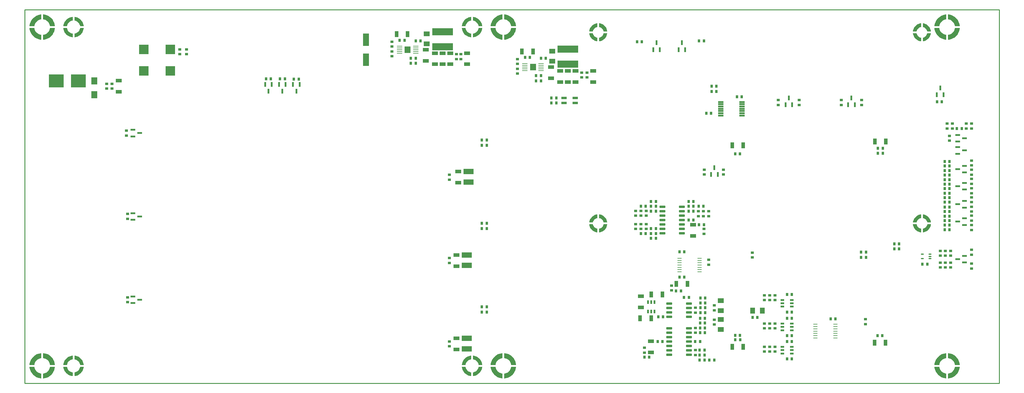
<source format=gtp>
G04 Layer_Color=10723209*
%FSLAX43Y43*%
%MOMM*%
G71*
G01*
G75*
%ADD10R,2.700X2.700*%
%ADD11O,0.800X0.400*%
%ADD13R,6.000X2.000*%
%ADD14R,1.000X0.600*%
%ADD15R,0.600X1.350*%
%ADD16R,1.340X1.800*%
%ADD17R,1.800X2.000*%
%ADD18R,0.900X0.800*%
G04:AMPARAMS|DCode=19|XSize=0.45mm|YSize=1.6mm|CornerRadius=0.05mm|HoleSize=0mm|Usage=FLASHONLY|Rotation=90.000|XOffset=0mm|YOffset=0mm|HoleType=Round|Shape=RoundedRectangle|*
%AMROUNDEDRECTD19*
21,1,0.450,1.501,0,0,90.0*
21,1,0.351,1.600,0,0,90.0*
1,1,0.099,0.750,0.175*
1,1,0.099,0.750,-0.175*
1,1,0.099,-0.750,-0.175*
1,1,0.099,-0.750,0.175*
%
%ADD19ROUNDEDRECTD19*%
%ADD20R,4.240X3.810*%
%ADD21R,0.800X0.900*%
%ADD22R,1.800X3.550*%
G04:AMPARAMS|DCode=24|XSize=0.65mm|YSize=1.65mm|CornerRadius=0.049mm|HoleSize=0mm|Usage=FLASHONLY|Rotation=90.000|XOffset=0mm|YOffset=0mm|HoleType=Round|Shape=RoundedRectangle|*
%AMROUNDEDRECTD24*
21,1,0.650,1.552,0,0,90.0*
21,1,0.552,1.650,0,0,90.0*
1,1,0.098,0.776,0.276*
1,1,0.098,0.776,-0.276*
1,1,0.098,-0.776,-0.276*
1,1,0.098,-0.776,0.276*
%
%ADD24ROUNDEDRECTD24*%
%ADD25R,2.900X1.500*%
%ADD26R,1.700X1.000*%
%ADD27R,1.600X0.800*%
G04:AMPARAMS|DCode=29|XSize=1.73mm|YSize=1.9mm|CornerRadius=0.052mm|HoleSize=0mm|Usage=FLASHONLY|Rotation=0.000|XOffset=0mm|YOffset=0mm|HoleType=Round|Shape=RoundedRectangle|*
%AMROUNDEDRECTD29*
21,1,1.730,1.796,0,0,0.0*
21,1,1.626,1.900,0,0,0.0*
1,1,0.104,0.813,-0.898*
1,1,0.104,-0.813,-0.898*
1,1,0.104,-0.813,0.898*
1,1,0.104,0.813,0.898*
%
%ADD29ROUNDEDRECTD29*%
%ADD30R,1.350X0.600*%
%ADD31R,0.600X1.000*%
%ADD32R,1.800X1.340*%
%ADD33R,1.000X1.700*%
%ADD43C,0.254*%
%ADD82O,1.300X0.250*%
G04:AMPARAMS|DCode=83|XSize=0.2mm|YSize=1.45mm|CornerRadius=0mm|HoleSize=0mm|Usage=FLASHONLY|Rotation=90.000|XOffset=0mm|YOffset=0mm|HoleType=Round|Shape=RoundedRectangle|*
%AMROUNDEDRECTD83*
21,1,0.200,1.450,0,0,90.0*
21,1,0.200,1.450,0,0,90.0*
1,1,0.000,0.725,0.100*
1,1,0.000,0.725,-0.100*
1,1,0.000,-0.725,-0.100*
1,1,0.000,-0.725,0.100*
%
%ADD83ROUNDEDRECTD83*%
G36*
X14508Y7917D02*
X15009Y7784D01*
X15478Y7566D01*
X15903Y7269D01*
X16269Y6903D01*
X16566Y6478D01*
X16784Y6009D01*
X16917Y5508D01*
X16939Y5250D01*
X15883D01*
X15883Y5250D01*
X15857Y5403D01*
X15767Y5699D01*
X15629Y5977D01*
X15449Y6229D01*
X15229Y6449D01*
X14977Y6629D01*
X14700Y6767D01*
X14403Y6857D01*
X14250Y6883D01*
X14250Y6883D01*
X14250D01*
X14250Y7939D01*
X14508Y7917D01*
D02*
G37*
G36*
X137250Y8641D02*
Y7236D01*
X137250D01*
Y7236D01*
X137063Y7207D01*
X136699Y7103D01*
X136358Y6938D01*
X136049Y6719D01*
X135781Y6452D01*
X135562Y6143D01*
X135398Y5801D01*
X135293Y5437D01*
X135264Y5250D01*
Y5250D01*
X133859D01*
X133874Y5468D01*
X133955Y5897D01*
X134087Y6313D01*
X134268Y6710D01*
X134495Y7083D01*
X134765Y7427D01*
X135074Y7735D01*
X135417Y8005D01*
X135790Y8232D01*
X136187Y8413D01*
X136603Y8545D01*
X137032Y8626D01*
X137250Y8641D01*
D01*
X137250D01*
X137250D01*
D02*
G37*
G36*
X163220Y45750D02*
X163244Y45632D01*
X163320Y45402D01*
X163430Y45188D01*
X163572Y44993D01*
X163743Y44822D01*
X163938Y44680D01*
X164152Y44570D01*
X164382Y44494D01*
X164500Y44470D01*
X164500Y44470D01*
X164500D01*
X164500Y43412D01*
X164277Y43434D01*
X163844Y43553D01*
X163438Y43744D01*
X163070Y44003D01*
X162753Y44320D01*
X162494Y44688D01*
X162303Y45094D01*
X162184Y45527D01*
X162162Y45750D01*
Y45750D01*
X163221D01*
X163220Y45750D01*
D02*
G37*
G36*
X129008Y7917D02*
X129509Y7784D01*
X129978Y7566D01*
X130403Y7269D01*
X130769Y6903D01*
X131066Y6478D01*
X131284Y6009D01*
X131417Y5508D01*
X131439Y5250D01*
X131439D01*
X131439Y5250D01*
Y5250D01*
X130383D01*
X130383Y5250D01*
X130357Y5403D01*
X130267Y5699D01*
X130129Y5977D01*
X129949Y6229D01*
X129729Y6449D01*
X129477Y6629D01*
X129200Y6767D01*
X128903Y6857D01*
X128750Y6883D01*
X128750Y6883D01*
X128750D01*
X128750Y7939D01*
X129008Y7917D01*
D02*
G37*
G36*
X13750Y6883D02*
X13750Y6883D01*
X13597Y6857D01*
X13301Y6767D01*
X13023Y6629D01*
X12771Y6449D01*
X12551Y6229D01*
X12371Y5977D01*
X12233Y5700D01*
X12143Y5403D01*
X12117Y5250D01*
Y5250D01*
X11061Y5250D01*
X11083Y5508D01*
X11216Y6009D01*
X11434Y6478D01*
X11731Y6903D01*
X12097Y7269D01*
X12522Y7566D01*
X12991Y7784D01*
X13492Y7917D01*
X13750Y7939D01*
Y6883D01*
D02*
G37*
G36*
X16939Y5250D02*
Y5250D01*
X16939D01*
X16939Y5250D01*
D02*
G37*
G36*
X128250Y6883D02*
X128250Y6883D01*
X128097Y6857D01*
X127801Y6767D01*
X127523Y6629D01*
X127271Y6449D01*
X127051Y6229D01*
X126871Y5977D01*
X126733Y5700D01*
X126643Y5403D01*
X126617Y5250D01*
Y5250D01*
X125561Y5250D01*
X125583Y5508D01*
X125716Y6009D01*
X125934Y6478D01*
X126231Y6903D01*
X126597Y7269D01*
X127022Y7566D01*
X127491Y7784D01*
X127992Y7917D01*
X128250Y7939D01*
Y6883D01*
D02*
G37*
G36*
X256240Y45750D02*
X256264Y45632D01*
X256340Y45402D01*
X256450Y45188D01*
X256592Y44993D01*
X256763Y44822D01*
X256958Y44680D01*
X257172Y44570D01*
X257402Y44494D01*
X257520Y44470D01*
X257520Y44470D01*
X257520D01*
X257520Y43412D01*
X257297Y43434D01*
X256864Y43553D01*
X256457Y43744D01*
X256090Y44003D01*
X255773Y44320D01*
X255514Y44688D01*
X255323Y45094D01*
X255204Y45527D01*
X255182Y45750D01*
Y45750D01*
X256241D01*
X256240Y45750D01*
D02*
G37*
G36*
X164500Y47529D02*
X164500Y47530D01*
X164382Y47506D01*
X164152Y47430D01*
X163938Y47320D01*
X163743Y47178D01*
X163572Y47007D01*
X163430Y46812D01*
X163320Y46598D01*
X163244Y46368D01*
X163220Y46250D01*
X163220D01*
Y46250D01*
X162162D01*
X162184Y46473D01*
X162303Y46906D01*
X162494Y47312D01*
X162753Y47680D01*
X163070Y47997D01*
X163438Y48256D01*
X163844Y48447D01*
X164277Y48566D01*
X164500Y48588D01*
Y48588D01*
X164500D01*
Y47529D01*
D02*
G37*
G36*
X257520D02*
X257520Y47530D01*
X257402Y47506D01*
X257172Y47430D01*
X256958Y47320D01*
X256763Y47178D01*
X256592Y47007D01*
X256450Y46812D01*
X256340Y46598D01*
X256264Y46368D01*
X256240Y46250D01*
X256240D01*
Y46250D01*
X255182D01*
X255204Y46473D01*
X255323Y46906D01*
X255514Y47312D01*
X255773Y47680D01*
X256090Y47997D01*
X256457Y48256D01*
X256864Y48447D01*
X257297Y48566D01*
X257520Y48588D01*
Y48588D01*
X257520D01*
Y47529D01*
D02*
G37*
G36*
X163220Y100750D02*
X163244Y100632D01*
X163320Y100402D01*
X163430Y100188D01*
X163572Y99993D01*
X163743Y99822D01*
X163938Y99680D01*
X164152Y99570D01*
X164382Y99494D01*
X164500Y99470D01*
X164500Y99470D01*
X164500D01*
X164500Y98412D01*
X164277Y98434D01*
X163844Y98553D01*
X163438Y98744D01*
X163070Y99003D01*
X162753Y99320D01*
X162494Y99688D01*
X162303Y100094D01*
X162184Y100527D01*
X162162Y100750D01*
Y100750D01*
X163221D01*
X163220Y100750D01*
D02*
G37*
G36*
X258243Y48566D02*
X258676Y48447D01*
X259082Y48256D01*
X259450Y47997D01*
X259767Y47680D01*
X260026Y47312D01*
X260217Y46906D01*
X260336Y46473D01*
X260358Y46250D01*
X260358Y46250D01*
Y46250D01*
X259299D01*
X259300Y46250D01*
X259276Y46368D01*
X259200Y46598D01*
X259090Y46812D01*
X258948Y47007D01*
X258777Y47178D01*
X258582Y47320D01*
X258368Y47430D01*
X258138Y47506D01*
X258020Y47530D01*
X258020D01*
Y48588D01*
X258243Y48566D01*
D02*
G37*
G36*
X167338Y45750D02*
X167316Y45527D01*
X167197Y45094D01*
X167006Y44688D01*
X166747Y44320D01*
X166430Y44003D01*
X166062Y43744D01*
X165656Y43553D01*
X165223Y43434D01*
X165000Y43412D01*
X165000D01*
Y44471D01*
X165000Y44470D01*
X165118Y44494D01*
X165348Y44570D01*
X165562Y44680D01*
X165757Y44822D01*
X165928Y44993D01*
X166070Y45188D01*
X166180Y45402D01*
X166256Y45632D01*
X166280Y45750D01*
Y45750D01*
Y45750D01*
X167338Y45750D01*
D02*
G37*
G36*
X260358D02*
X260336Y45527D01*
X260217Y45094D01*
X260026Y44688D01*
X259767Y44320D01*
X259450Y44003D01*
X259082Y43744D01*
X258676Y43553D01*
X258243Y43434D01*
X258020Y43412D01*
X258020D01*
Y44471D01*
X258020Y44470D01*
X258138Y44494D01*
X258368Y44570D01*
X258582Y44680D01*
X258777Y44822D01*
X258948Y44993D01*
X259090Y45188D01*
X259200Y45402D01*
X259276Y45632D01*
X259300Y45750D01*
Y45750D01*
Y45750D01*
X260358Y45750D01*
D02*
G37*
G36*
X165223Y48566D02*
X165656Y48447D01*
X166062Y48256D01*
X166430Y47997D01*
X166747Y47680D01*
X167006Y47312D01*
X167197Y46906D01*
X167316Y46473D01*
X167338Y46250D01*
X167338Y46250D01*
Y46250D01*
X166279D01*
X166280Y46250D01*
X166256Y46368D01*
X166180Y46598D01*
X166070Y46812D01*
X165928Y47007D01*
X165757Y47178D01*
X165562Y47320D01*
X165348Y47430D01*
X165118Y47506D01*
X165000Y47530D01*
X165000D01*
Y48588D01*
X165223Y48566D01*
D02*
G37*
G36*
X141141Y5250D02*
Y5250D01*
D01*
Y5250D01*
D02*
G37*
G36*
X16917Y4492D02*
X16784Y3991D01*
X16566Y3522D01*
X16269Y3097D01*
X15903Y2731D01*
X15478Y2434D01*
X15009Y2216D01*
X14508Y2083D01*
X14250Y2061D01*
D01*
X14250D01*
X14250D01*
Y3117D01*
X14250D01*
X14403Y3143D01*
X14699Y3233D01*
X14977Y3371D01*
X15229Y3551D01*
X15449Y3771D01*
X15629Y4023D01*
X15767Y4300D01*
X15857Y4597D01*
X15883Y4750D01*
X15883D01*
Y4750D01*
X16939D01*
X16917Y4492D01*
D02*
G37*
G36*
X126617Y4750D02*
X126643Y4597D01*
X126733Y4301D01*
X126871Y4023D01*
X127051Y3771D01*
X127271Y3551D01*
X127523Y3371D01*
X127800Y3233D01*
X128097Y3143D01*
X128250Y3117D01*
X128250D01*
Y2061D01*
X127992Y2083D01*
X127491Y2216D01*
X127022Y2434D01*
X126597Y2731D01*
X126231Y3097D01*
X125934Y3522D01*
X125716Y3991D01*
X125583Y4492D01*
X125561Y4750D01*
X126617D01*
Y4750D01*
D02*
G37*
G36*
X131417Y4492D02*
X131284Y3991D01*
X131066Y3522D01*
X130769Y3097D01*
X130403Y2731D01*
X129978Y2434D01*
X129509Y2216D01*
X129008Y2083D01*
X128750Y2061D01*
D01*
X128750D01*
X128750D01*
Y3117D01*
X128750D01*
X128903Y3143D01*
X129199Y3233D01*
X129477Y3371D01*
X129729Y3551D01*
X129949Y3771D01*
X130129Y4023D01*
X130267Y4300D01*
X130357Y4597D01*
X130383Y4750D01*
X130383D01*
Y4750D01*
X131439D01*
X131417Y4492D01*
D02*
G37*
G36*
X12117Y4750D02*
X12143Y4597D01*
X12233Y4301D01*
X12371Y4023D01*
X12551Y3771D01*
X12771Y3551D01*
X13023Y3371D01*
X13300Y3233D01*
X13597Y3143D01*
X13750Y3117D01*
X13750D01*
Y2061D01*
X13492Y2083D01*
X12991Y2216D01*
X12522Y2434D01*
X12097Y2731D01*
X11731Y3097D01*
X11434Y3522D01*
X11216Y3991D01*
X11083Y4492D01*
X11061Y4750D01*
X12117D01*
Y4750D01*
D02*
G37*
G36*
X8641Y4750D02*
X8626Y4532D01*
X8545Y4103D01*
X8413Y3687D01*
X8232Y3290D01*
X8005Y2917D01*
X7735Y2573D01*
X7426Y2265D01*
X7083Y1995D01*
X6710Y1768D01*
X6313Y1587D01*
X5897Y1455D01*
X5468Y1373D01*
X5250Y1359D01*
X5250Y1359D01*
Y2764D01*
X5250D01*
X5437Y2793D01*
X5801Y2897D01*
X6142Y3062D01*
X6451Y3281D01*
X6719Y3548D01*
X6938Y3857D01*
X7102Y4199D01*
X7207Y4563D01*
X7236Y4750D01*
X7236Y4750D01*
X8641D01*
Y4750D01*
D02*
G37*
G36*
X268641D02*
X268626Y4532D01*
X268545Y4103D01*
X268413Y3687D01*
X268232Y3290D01*
X268005Y2917D01*
X267735Y2573D01*
X267427Y2265D01*
X267083Y1995D01*
X266710Y1768D01*
X266313Y1587D01*
X265897Y1455D01*
X265468Y1373D01*
X265250Y1359D01*
X265250Y1359D01*
Y2764D01*
X265250D01*
X265437Y2793D01*
X265801Y2897D01*
X266142Y3062D01*
X266451Y3281D01*
X266719Y3548D01*
X266938Y3857D01*
X267102Y4199D01*
X267207Y4563D01*
X267236Y4750D01*
X267236Y4750D01*
X268641D01*
Y4750D01*
D02*
G37*
G36*
X141141Y4750D02*
X141126Y4532D01*
X141045Y4103D01*
X140913Y3687D01*
X140732Y3290D01*
X140505Y2917D01*
X140235Y2573D01*
X139926Y2265D01*
X139583Y1995D01*
X139210Y1768D01*
X138813Y1587D01*
X138397Y1455D01*
X137968Y1374D01*
X137750Y1359D01*
X137750Y1359D01*
Y2764D01*
X137750D01*
X137937Y2793D01*
X138301Y2897D01*
X138642Y3062D01*
X138951Y3281D01*
X139219Y3548D01*
X139438Y3857D01*
X139602Y4199D01*
X139707Y4563D01*
X139736Y4750D01*
X139736Y4750D01*
X141141D01*
Y4750D01*
D02*
G37*
G36*
X2793Y4563D02*
X2897Y4199D01*
X3062Y3858D01*
X3281Y3549D01*
X3548Y3281D01*
X3857Y3062D01*
X4199Y2898D01*
X4563Y2793D01*
X4750Y2764D01*
X4750D01*
Y1359D01*
X4750Y1359D01*
X4532Y1374D01*
X4103Y1455D01*
X3687Y1587D01*
X3290Y1768D01*
X2917Y1995D01*
X2573Y2265D01*
X2265Y2573D01*
X1995Y2917D01*
X1768Y3290D01*
X1587Y3687D01*
X1455Y4103D01*
X1374Y4532D01*
X1359Y4750D01*
X1359Y4750D01*
X2764D01*
Y4750D01*
X2793Y4563D01*
D02*
G37*
G36*
X265468Y8626D02*
X265897Y8545D01*
X266313Y8413D01*
X266710Y8232D01*
X267083Y8005D01*
X267427Y7735D01*
X267735Y7426D01*
X268005Y7083D01*
X268232Y6710D01*
X268413Y6313D01*
X268545Y5897D01*
X268626Y5468D01*
X268641Y5250D01*
D01*
Y5250D01*
Y5250D01*
X267236D01*
Y5250D01*
X267236Y5250D01*
X267207Y5437D01*
X267103Y5801D01*
X266938Y6142D01*
X266719Y6451D01*
X266452Y6719D01*
X266143Y6938D01*
X265801Y7102D01*
X265437Y7207D01*
X265250Y7236D01*
X265250Y7236D01*
Y8641D01*
X265468Y8626D01*
D02*
G37*
G36*
X4750Y8641D02*
Y7236D01*
X4750D01*
Y7236D01*
X4563Y7207D01*
X4199Y7102D01*
X3858Y6938D01*
X3549Y6719D01*
X3281Y6452D01*
X3062Y6143D01*
X2898Y5801D01*
X2793Y5437D01*
X2764Y5250D01*
Y5250D01*
X1359D01*
X1374Y5468D01*
X1455Y5897D01*
X1587Y6313D01*
X1768Y6710D01*
X1995Y7083D01*
X2265Y7427D01*
X2573Y7735D01*
X2917Y8005D01*
X3290Y8232D01*
X3687Y8413D01*
X4103Y8545D01*
X4532Y8626D01*
X4750Y8641D01*
D01*
X4750D01*
X4750D01*
D02*
G37*
G36*
X264750D02*
Y7236D01*
X264750D01*
Y7236D01*
X264563Y7207D01*
X264199Y7102D01*
X263858Y6938D01*
X263549Y6719D01*
X263281Y6452D01*
X263062Y6143D01*
X262898Y5801D01*
X262793Y5437D01*
X262764Y5250D01*
Y5250D01*
X261359D01*
X261374Y5468D01*
X261455Y5897D01*
X261587Y6313D01*
X261768Y6710D01*
X261995Y7083D01*
X262265Y7427D01*
X262573Y7735D01*
X262917Y8005D01*
X263290Y8232D01*
X263687Y8413D01*
X264103Y8545D01*
X264532Y8626D01*
X264750Y8641D01*
D01*
X264750D01*
X264750D01*
D02*
G37*
G36*
X137968Y8626D02*
X138397Y8545D01*
X138813Y8413D01*
X139210Y8232D01*
X139583Y8005D01*
X139927Y7735D01*
X140235Y7426D01*
X140505Y7083D01*
X140732Y6710D01*
X140913Y6313D01*
X141045Y5897D01*
X141126Y5468D01*
X141141Y5250D01*
X139736D01*
Y5250D01*
X139736Y5250D01*
X139707Y5437D01*
X139603Y5801D01*
X139438Y6142D01*
X139219Y6451D01*
X138952Y6719D01*
X138643Y6938D01*
X138301Y7102D01*
X137937Y7207D01*
X137750Y7236D01*
X137750Y7236D01*
Y8641D01*
X137968Y8626D01*
D02*
G37*
G36*
X262793Y4563D02*
X262897Y4199D01*
X263062Y3858D01*
X263281Y3549D01*
X263548Y3281D01*
X263857Y3062D01*
X264199Y2898D01*
X264563Y2793D01*
X264750Y2764D01*
X264750D01*
Y1359D01*
X264750Y1359D01*
X264532Y1374D01*
X264103Y1455D01*
X263687Y1587D01*
X263290Y1768D01*
X262917Y1995D01*
X262573Y2265D01*
X262265Y2573D01*
X261995Y2917D01*
X261768Y3290D01*
X261587Y3687D01*
X261455Y4103D01*
X261374Y4532D01*
X261359Y4750D01*
X261359Y4750D01*
X262764D01*
Y4750D01*
X262793Y4563D01*
D02*
G37*
G36*
X135293Y4563D02*
X135397Y4199D01*
X135562Y3858D01*
X135781Y3549D01*
X136048Y3281D01*
X136357Y3062D01*
X136699Y2898D01*
X137063Y2793D01*
X137250Y2764D01*
X137250D01*
Y1359D01*
X137250Y1359D01*
X137032Y1374D01*
X136603Y1455D01*
X136187Y1587D01*
X135790Y1768D01*
X135417Y1995D01*
X135073Y2265D01*
X134765Y2573D01*
X134495Y2917D01*
X134268Y3290D01*
X134087Y3687D01*
X133955Y4103D01*
X133874Y4532D01*
X133859Y4750D01*
X133859Y4750D01*
X135264D01*
Y4750D01*
X135293Y4563D01*
D02*
G37*
G36*
X5468Y8626D02*
X5897Y8545D01*
X6313Y8413D01*
X6710Y8232D01*
X7083Y8005D01*
X7427Y7735D01*
X7735Y7426D01*
X8005Y7083D01*
X8232Y6710D01*
X8413Y6313D01*
X8545Y5897D01*
X8626Y5468D01*
X8641Y5250D01*
D01*
Y5250D01*
Y5250D01*
X7236D01*
Y5250D01*
X7236Y5250D01*
X7207Y5437D01*
X7103Y5801D01*
X6938Y6142D01*
X6719Y6451D01*
X6452Y6719D01*
X6143Y6938D01*
X5801Y7102D01*
X5437Y7207D01*
X5250Y7236D01*
X5250Y7236D01*
Y8641D01*
X5468Y8626D01*
D02*
G37*
G36*
X256220Y100750D02*
X256244Y100632D01*
X256320Y100402D01*
X256430Y100188D01*
X256572Y99993D01*
X256743Y99822D01*
X256938Y99680D01*
X257152Y99570D01*
X257382Y99494D01*
X257500Y99470D01*
X257500Y99470D01*
X257500D01*
X257500Y98412D01*
X257277Y98434D01*
X256844Y98553D01*
X256438Y98744D01*
X256070Y99003D01*
X255753Y99320D01*
X255494Y99688D01*
X255303Y100094D01*
X255184Y100527D01*
X255162Y100750D01*
Y100750D01*
X256221D01*
X256220Y100750D01*
D02*
G37*
G36*
X13750Y104383D02*
X13750Y104383D01*
X13597Y104357D01*
X13301Y104267D01*
X13023Y104129D01*
X12771Y103949D01*
X12551Y103729D01*
X12371Y103477D01*
X12233Y103200D01*
X12143Y102903D01*
X12117Y102750D01*
Y102750D01*
X11061Y102750D01*
X11083Y103008D01*
X11216Y103509D01*
X11434Y103978D01*
X11731Y104403D01*
X12097Y104769D01*
X12522Y105066D01*
X12991Y105284D01*
X13492Y105417D01*
X13750Y105439D01*
Y104383D01*
D02*
G37*
G36*
X16939Y102750D02*
Y102750D01*
X16939D01*
X16939Y102750D01*
D02*
G37*
G36*
X128250Y104383D02*
X128250Y104383D01*
X128097Y104357D01*
X127801Y104267D01*
X127523Y104129D01*
X127271Y103949D01*
X127051Y103729D01*
X126871Y103477D01*
X126733Y103200D01*
X126643Y102903D01*
X126617Y102750D01*
Y102750D01*
X125561Y102750D01*
X125583Y103008D01*
X125716Y103509D01*
X125934Y103978D01*
X126231Y104403D01*
X126597Y104769D01*
X127022Y105066D01*
X127491Y105284D01*
X127992Y105417D01*
X128250Y105439D01*
Y104383D01*
D02*
G37*
G36*
X265468Y106126D02*
X265897Y106045D01*
X266313Y105913D01*
X266710Y105732D01*
X267083Y105505D01*
X267427Y105235D01*
X267735Y104926D01*
X268005Y104583D01*
X268232Y104210D01*
X268413Y103813D01*
X268545Y103397D01*
X268626Y102968D01*
X268641Y102750D01*
D01*
Y102750D01*
Y102750D01*
X267236D01*
Y102750D01*
X267236Y102750D01*
X267207Y102937D01*
X267103Y103301D01*
X266938Y103642D01*
X266719Y103951D01*
X266452Y104219D01*
X266143Y104438D01*
X265801Y104602D01*
X265437Y104707D01*
X265250Y104736D01*
X265250Y104736D01*
Y106141D01*
X265468Y106126D01*
D02*
G37*
G36*
X137968D02*
X138397Y106045D01*
X138813Y105913D01*
X139210Y105732D01*
X139583Y105505D01*
X139927Y105235D01*
X140235Y104926D01*
X140505Y104583D01*
X140732Y104210D01*
X140913Y103813D01*
X141045Y103397D01*
X141126Y102968D01*
X141141Y102750D01*
X139736D01*
Y102750D01*
X139736Y102750D01*
X139707Y102937D01*
X139603Y103301D01*
X139438Y103642D01*
X139219Y103951D01*
X138952Y104219D01*
X138643Y104438D01*
X138301Y104602D01*
X137937Y104707D01*
X137750Y104736D01*
X137750Y104736D01*
Y106141D01*
X137968Y106126D01*
D02*
G37*
G36*
X5468D02*
X5897Y106045D01*
X6313Y105913D01*
X6710Y105732D01*
X7083Y105505D01*
X7427Y105235D01*
X7735Y104926D01*
X8005Y104583D01*
X8232Y104210D01*
X8413Y103813D01*
X8545Y103397D01*
X8626Y102968D01*
X8641Y102750D01*
D01*
Y102750D01*
Y102750D01*
X7236D01*
Y102750D01*
X7236Y102750D01*
X7207Y102937D01*
X7103Y103301D01*
X6938Y103642D01*
X6719Y103951D01*
X6452Y104219D01*
X6143Y104438D01*
X5801Y104602D01*
X5437Y104707D01*
X5250Y104736D01*
X5250Y104736D01*
Y106141D01*
X5468Y106126D01*
D02*
G37*
G36*
X141141Y102750D02*
Y102750D01*
D01*
Y102750D01*
D02*
G37*
G36*
X129008Y105417D02*
X129509Y105284D01*
X129978Y105066D01*
X130403Y104769D01*
X130769Y104403D01*
X131066Y103978D01*
X131284Y103509D01*
X131417Y103008D01*
X131439Y102750D01*
X131439D01*
X131439Y102750D01*
Y102750D01*
X130383D01*
X130383Y102750D01*
X130357Y102903D01*
X130267Y103199D01*
X130129Y103477D01*
X129949Y103729D01*
X129729Y103949D01*
X129477Y104129D01*
X129200Y104267D01*
X128903Y104357D01*
X128750Y104383D01*
X128750Y104383D01*
X128750D01*
X128750Y105439D01*
X129008Y105417D01*
D02*
G37*
G36*
X4750Y106141D02*
D01*
X4750D01*
X4750D01*
D02*
G37*
G36*
X137250D02*
D01*
X137250D01*
X137250D01*
D02*
G37*
G36*
X264750D02*
D01*
X264750D01*
X264750D01*
D02*
G37*
G36*
Y104736D02*
X264750D01*
Y104736D01*
X264563Y104707D01*
X264199Y104603D01*
X263858Y104438D01*
X263549Y104219D01*
X263281Y103952D01*
X263062Y103643D01*
X262898Y103301D01*
X262793Y102937D01*
X262764Y102750D01*
Y102750D01*
X261359D01*
X261374Y102968D01*
X261455Y103397D01*
X261587Y103813D01*
X261768Y104210D01*
X261995Y104583D01*
X262265Y104927D01*
X262573Y105235D01*
X262917Y105505D01*
X263290Y105732D01*
X263687Y105913D01*
X264103Y106045D01*
X264532Y106126D01*
X264750Y106141D01*
Y104736D01*
D02*
G37*
G36*
X4750D02*
X4750D01*
Y104736D01*
X4563Y104707D01*
X4199Y104603D01*
X3858Y104438D01*
X3549Y104219D01*
X3281Y103952D01*
X3062Y103643D01*
X2898Y103301D01*
X2793Y102937D01*
X2764Y102750D01*
Y102750D01*
X1359D01*
X1374Y102968D01*
X1455Y103397D01*
X1587Y103813D01*
X1768Y104210D01*
X1995Y104583D01*
X2265Y104927D01*
X2573Y105235D01*
X2917Y105505D01*
X3290Y105732D01*
X3687Y105913D01*
X4103Y106045D01*
X4532Y106126D01*
X4750Y106141D01*
Y104736D01*
D02*
G37*
G36*
X14508Y105417D02*
X15009Y105284D01*
X15478Y105066D01*
X15903Y104769D01*
X16269Y104403D01*
X16566Y103978D01*
X16784Y103509D01*
X16917Y103008D01*
X16939Y102750D01*
X15883D01*
X15883Y102750D01*
X15857Y102903D01*
X15767Y103199D01*
X15629Y103477D01*
X15449Y103729D01*
X15229Y103949D01*
X14977Y104129D01*
X14700Y104267D01*
X14403Y104357D01*
X14250Y104383D01*
X14250Y104383D01*
X14250D01*
X14250Y105439D01*
X14508Y105417D01*
D02*
G37*
G36*
X137250Y104736D02*
X137250D01*
Y104736D01*
X137063Y104707D01*
X136699Y104603D01*
X136358Y104438D01*
X136049Y104219D01*
X135781Y103952D01*
X135562Y103643D01*
X135398Y103301D01*
X135293Y102937D01*
X135264Y102750D01*
Y102750D01*
X133859D01*
X133874Y102968D01*
X133955Y103397D01*
X134087Y103813D01*
X134268Y104210D01*
X134495Y104583D01*
X134765Y104927D01*
X135074Y105235D01*
X135417Y105505D01*
X135790Y105732D01*
X136187Y105913D01*
X136603Y106045D01*
X137032Y106126D01*
X137250Y106141D01*
Y104736D01*
D02*
G37*
G36*
X257500Y102529D02*
X257500Y102530D01*
X257382Y102506D01*
X257152Y102430D01*
X256938Y102320D01*
X256743Y102178D01*
X256572Y102007D01*
X256430Y101812D01*
X256320Y101598D01*
X256244Y101368D01*
X256220Y101250D01*
X256220D01*
Y101250D01*
X255162D01*
X255184Y101473D01*
X255303Y101906D01*
X255494Y102312D01*
X255753Y102680D01*
X256070Y102997D01*
X256438Y103256D01*
X256844Y103447D01*
X257277Y103566D01*
X257500Y103588D01*
Y103588D01*
X257500D01*
Y102529D01*
D02*
G37*
G36*
X260338Y100750D02*
X260316Y100527D01*
X260197Y100094D01*
X260006Y99688D01*
X259747Y99320D01*
X259430Y99003D01*
X259062Y98744D01*
X258656Y98553D01*
X258223Y98434D01*
X258000Y98412D01*
X258000D01*
Y99471D01*
X258000Y99470D01*
X258118Y99494D01*
X258348Y99570D01*
X258562Y99680D01*
X258757Y99822D01*
X258928Y99993D01*
X259070Y100188D01*
X259180Y100402D01*
X259256Y100632D01*
X259280Y100750D01*
Y100750D01*
Y100750D01*
X260338Y100750D01*
D02*
G37*
G36*
X12117Y102250D02*
X12143Y102097D01*
X12233Y101801D01*
X12371Y101523D01*
X12551Y101271D01*
X12771Y101051D01*
X13023Y100871D01*
X13300Y100733D01*
X13597Y100643D01*
X13750Y100617D01*
X13750D01*
Y99561D01*
X13492Y99583D01*
X12991Y99716D01*
X12522Y99934D01*
X12097Y100231D01*
X11731Y100597D01*
X11434Y101022D01*
X11216Y101491D01*
X11083Y101992D01*
X11061Y102250D01*
X12117D01*
Y102250D01*
D02*
G37*
G36*
X16917Y101992D02*
X16784Y101491D01*
X16566Y101022D01*
X16269Y100597D01*
X15903Y100231D01*
X15478Y99934D01*
X15009Y99716D01*
X14508Y99583D01*
X14250Y99561D01*
D01*
X14250D01*
X14250D01*
Y100617D01*
X14250D01*
X14403Y100643D01*
X14699Y100733D01*
X14977Y100871D01*
X15229Y101051D01*
X15449Y101271D01*
X15629Y101523D01*
X15767Y101800D01*
X15857Y102097D01*
X15883Y102250D01*
X15883D01*
Y102250D01*
X16939D01*
X16917Y101992D01*
D02*
G37*
G36*
X167338Y100750D02*
X167316Y100527D01*
X167197Y100094D01*
X167006Y99688D01*
X166747Y99320D01*
X166430Y99003D01*
X166062Y98744D01*
X165656Y98553D01*
X165223Y98434D01*
X165000Y98412D01*
X165000D01*
Y99471D01*
X165000Y99470D01*
X165118Y99494D01*
X165348Y99570D01*
X165562Y99680D01*
X165757Y99822D01*
X165928Y99993D01*
X166070Y100188D01*
X166180Y100402D01*
X166256Y100632D01*
X166280Y100750D01*
Y100750D01*
Y100750D01*
X167338Y100750D01*
D02*
G37*
G36*
X8641Y102250D02*
X8626Y102032D01*
X8545Y101603D01*
X8413Y101187D01*
X8232Y100790D01*
X8005Y100417D01*
X7735Y100073D01*
X7426Y99765D01*
X7083Y99495D01*
X6710Y99268D01*
X6313Y99087D01*
X5897Y98955D01*
X5468Y98874D01*
X5250Y98859D01*
X5250Y98859D01*
Y100264D01*
X5250D01*
X5437Y100293D01*
X5801Y100397D01*
X6142Y100562D01*
X6451Y100781D01*
X6719Y101048D01*
X6938Y101357D01*
X7102Y101699D01*
X7207Y102063D01*
X7236Y102250D01*
X7236Y102250D01*
X8641D01*
Y102250D01*
D02*
G37*
G36*
X141141D02*
X141126Y102032D01*
X141045Y101603D01*
X140913Y101187D01*
X140732Y100790D01*
X140505Y100417D01*
X140235Y100073D01*
X139926Y99765D01*
X139583Y99495D01*
X139210Y99268D01*
X138813Y99087D01*
X138397Y98955D01*
X137968Y98874D01*
X137750Y98859D01*
X137750Y98859D01*
Y100264D01*
X137750D01*
X137937Y100293D01*
X138301Y100397D01*
X138642Y100562D01*
X138951Y100781D01*
X139219Y101048D01*
X139438Y101357D01*
X139602Y101699D01*
X139707Y102063D01*
X139736Y102250D01*
X139736Y102250D01*
X141141D01*
Y102250D01*
D02*
G37*
G36*
X268641D02*
X268626Y102032D01*
X268545Y101603D01*
X268413Y101187D01*
X268232Y100790D01*
X268005Y100417D01*
X267735Y100073D01*
X267427Y99765D01*
X267083Y99495D01*
X266710Y99268D01*
X266313Y99087D01*
X265897Y98955D01*
X265468Y98874D01*
X265250Y98859D01*
X265250Y98859D01*
Y100264D01*
X265250D01*
X265437Y100293D01*
X265801Y100397D01*
X266142Y100562D01*
X266451Y100781D01*
X266719Y101048D01*
X266938Y101357D01*
X267102Y101699D01*
X267207Y102063D01*
X267236Y102250D01*
X267236Y102250D01*
X268641D01*
Y102250D01*
D02*
G37*
G36*
X126617Y102250D02*
X126643Y102097D01*
X126733Y101801D01*
X126871Y101523D01*
X127051Y101271D01*
X127271Y101051D01*
X127523Y100871D01*
X127800Y100733D01*
X128097Y100643D01*
X128250Y100617D01*
X128250D01*
Y99561D01*
X127992Y99583D01*
X127491Y99716D01*
X127022Y99934D01*
X126597Y100231D01*
X126231Y100597D01*
X125934Y101022D01*
X125716Y101491D01*
X125583Y101992D01*
X125561Y102250D01*
X126617D01*
Y102250D01*
D02*
G37*
G36*
X135293Y102063D02*
X135397Y101699D01*
X135562Y101358D01*
X135781Y101049D01*
X136048Y100781D01*
X136357Y100562D01*
X136699Y100398D01*
X137063Y100293D01*
X137250Y100264D01*
X137250D01*
Y98859D01*
X137250Y98859D01*
X137032Y98874D01*
X136603Y98955D01*
X136187Y99087D01*
X135790Y99268D01*
X135417Y99495D01*
X135073Y99765D01*
X134765Y100074D01*
X134495Y100417D01*
X134268Y100790D01*
X134087Y101187D01*
X133955Y101603D01*
X133874Y102032D01*
X133859Y102250D01*
X133859Y102250D01*
X135264D01*
Y102250D01*
X135293Y102063D01*
D02*
G37*
G36*
X262793D02*
X262897Y101699D01*
X263062Y101358D01*
X263281Y101049D01*
X263548Y100781D01*
X263857Y100562D01*
X264199Y100398D01*
X264563Y100293D01*
X264750Y100264D01*
X264750D01*
Y98859D01*
X264750Y98859D01*
X264532Y98874D01*
X264103Y98955D01*
X263687Y99087D01*
X263290Y99268D01*
X262917Y99495D01*
X262573Y99765D01*
X262265Y100074D01*
X261995Y100417D01*
X261768Y100790D01*
X261587Y101187D01*
X261455Y101603D01*
X261374Y102032D01*
X261359Y102250D01*
X261359Y102250D01*
X262764D01*
Y102250D01*
X262793Y102063D01*
D02*
G37*
G36*
X164500Y102529D02*
X164500Y102530D01*
X164382Y102506D01*
X164152Y102430D01*
X163938Y102320D01*
X163743Y102178D01*
X163572Y102007D01*
X163430Y101812D01*
X163320Y101598D01*
X163244Y101368D01*
X163220Y101250D01*
X163220D01*
Y101250D01*
X162162D01*
X162184Y101473D01*
X162303Y101906D01*
X162494Y102312D01*
X162753Y102680D01*
X163070Y102997D01*
X163438Y103256D01*
X163844Y103447D01*
X164277Y103566D01*
X164500Y103588D01*
Y103588D01*
X164500D01*
Y102529D01*
D02*
G37*
G36*
X2793Y102063D02*
X2897Y101699D01*
X3062Y101358D01*
X3281Y101049D01*
X3548Y100781D01*
X3857Y100562D01*
X4199Y100398D01*
X4563Y100293D01*
X4750Y100264D01*
X4750D01*
Y98859D01*
X4750Y98859D01*
X4532Y98874D01*
X4103Y98955D01*
X3687Y99087D01*
X3290Y99268D01*
X2917Y99495D01*
X2573Y99765D01*
X2265Y100074D01*
X1995Y100417D01*
X1768Y100790D01*
X1587Y101187D01*
X1455Y101603D01*
X1374Y102032D01*
X1359Y102250D01*
X1359Y102250D01*
X2764D01*
Y102250D01*
X2793Y102063D01*
D02*
G37*
G36*
X131417Y101992D02*
X131284Y101491D01*
X131066Y101022D01*
X130769Y100597D01*
X130403Y100231D01*
X129978Y99934D01*
X129509Y99716D01*
X129008Y99583D01*
X128750Y99561D01*
D01*
X128750D01*
X128750D01*
Y100617D01*
X128750D01*
X128903Y100643D01*
X129199Y100733D01*
X129477Y100871D01*
X129729Y101051D01*
X129949Y101271D01*
X130129Y101523D01*
X130267Y101800D01*
X130357Y102097D01*
X130383Y102250D01*
X130383D01*
Y102250D01*
X131439D01*
X131417Y101992D01*
D02*
G37*
G36*
X165223Y103566D02*
X165656Y103447D01*
X166062Y103256D01*
X166430Y102997D01*
X166747Y102680D01*
X167006Y102312D01*
X167197Y101906D01*
X167316Y101473D01*
X167338Y101250D01*
X167338Y101250D01*
Y101250D01*
X166279D01*
X166280Y101250D01*
X166256Y101368D01*
X166180Y101598D01*
X166070Y101812D01*
X165928Y102007D01*
X165757Y102178D01*
X165562Y102320D01*
X165348Y102430D01*
X165118Y102506D01*
X165000Y102530D01*
X165000D01*
Y103588D01*
X165223Y103566D01*
D02*
G37*
G36*
X258223D02*
X258656Y103447D01*
X259062Y103256D01*
X259430Y102997D01*
X259747Y102680D01*
X260006Y102312D01*
X260197Y101906D01*
X260316Y101473D01*
X260338Y101250D01*
X260338Y101250D01*
Y101250D01*
X259279D01*
X259280Y101250D01*
X259256Y101368D01*
X259180Y101598D01*
X259070Y101812D01*
X258928Y102007D01*
X258757Y102178D01*
X258562Y102320D01*
X258348Y102430D01*
X258118Y102506D01*
X258000Y102530D01*
X258000D01*
Y103588D01*
X258223Y103566D01*
D02*
G37*
D10*
X34190Y96110D02*
D03*
X41810D02*
D03*
Y89890D02*
D03*
X34190D02*
D03*
D11*
X260100Y35850D02*
D03*
Y36500D02*
D03*
X257900Y35850D02*
D03*
Y37150D02*
D03*
X260100D02*
D03*
D13*
X156000Y96150D02*
D03*
Y91850D02*
D03*
X120000Y101150D02*
D03*
Y96850D02*
D03*
D14*
X217625Y10450D02*
D03*
Y9500D02*
D03*
Y8550D02*
D03*
X220375D02*
D03*
Y9500D02*
D03*
Y10450D02*
D03*
X217625Y23950D02*
D03*
Y23000D02*
D03*
Y22050D02*
D03*
X220375D02*
D03*
Y23000D02*
D03*
Y23950D02*
D03*
X217625Y17150D02*
D03*
Y16200D02*
D03*
Y15250D02*
D03*
X220375D02*
D03*
Y16200D02*
D03*
Y17150D02*
D03*
D15*
X262050Y83025D02*
D03*
X263950D02*
D03*
X263000Y84975D02*
D03*
X198130Y62045D02*
D03*
X199080Y60095D02*
D03*
X197180D02*
D03*
X70000Y84025D02*
D03*
X69050Y85975D02*
D03*
X70950D02*
D03*
X74000Y84025D02*
D03*
X73050Y85975D02*
D03*
X74950D02*
D03*
X78000Y84025D02*
D03*
X77050Y85975D02*
D03*
X78950D02*
D03*
X188800Y97975D02*
D03*
X189750Y96025D02*
D03*
X187850D02*
D03*
X181500Y97975D02*
D03*
X182450Y96025D02*
D03*
X180550D02*
D03*
X237500Y82075D02*
D03*
X238450Y80125D02*
D03*
X236550D02*
D03*
X218550Y80125D02*
D03*
X220450D02*
D03*
X219500Y82075D02*
D03*
D16*
X211930Y20900D02*
D03*
X209070D02*
D03*
D17*
X20000Y87000D02*
D03*
Y83000D02*
D03*
D18*
X214000Y10500D02*
D03*
Y9100D02*
D03*
X215500Y10500D02*
D03*
Y9100D02*
D03*
X209000Y37600D02*
D03*
Y36200D02*
D03*
X241500Y18400D02*
D03*
Y17000D02*
D03*
X222500Y81500D02*
D03*
Y80100D02*
D03*
X214000Y25300D02*
D03*
Y23900D02*
D03*
X196500Y34100D02*
D03*
Y35500D02*
D03*
X198100Y16900D02*
D03*
Y18300D02*
D03*
Y22400D02*
D03*
Y21000D02*
D03*
X266000Y33300D02*
D03*
Y34700D02*
D03*
Y38100D02*
D03*
Y36700D02*
D03*
X29200Y72700D02*
D03*
Y71300D02*
D03*
X234600Y81500D02*
D03*
Y80100D02*
D03*
X29500Y48700D02*
D03*
Y47300D02*
D03*
X240400Y81500D02*
D03*
Y80100D02*
D03*
X29500Y24700D02*
D03*
Y23300D02*
D03*
X105500Y98300D02*
D03*
Y96900D02*
D03*
X141500Y93300D02*
D03*
Y91900D02*
D03*
X195000Y49500D02*
D03*
Y48100D02*
D03*
X196500D02*
D03*
Y49500D02*
D03*
X177000Y49600D02*
D03*
Y48200D02*
D03*
X175500D02*
D03*
Y49600D02*
D03*
X177000Y44400D02*
D03*
Y45800D02*
D03*
X175500D02*
D03*
Y44400D02*
D03*
X185800Y28100D02*
D03*
Y26700D02*
D03*
X105500Y95500D02*
D03*
Y94100D02*
D03*
X124000Y94700D02*
D03*
Y93300D02*
D03*
X141500Y89100D02*
D03*
Y90500D02*
D03*
X160000Y88000D02*
D03*
Y89400D02*
D03*
X46500Y94700D02*
D03*
Y96100D02*
D03*
X25000Y84800D02*
D03*
Y86200D02*
D03*
X200730Y61470D02*
D03*
Y60070D02*
D03*
X195230Y61470D02*
D03*
Y60070D02*
D03*
X195100Y43000D02*
D03*
Y44400D02*
D03*
X122000Y58600D02*
D03*
Y60000D02*
D03*
X193500Y49500D02*
D03*
Y48100D02*
D03*
X122000Y34600D02*
D03*
Y36000D02*
D03*
X178500Y49600D02*
D03*
Y48200D02*
D03*
X122000Y10600D02*
D03*
Y12000D02*
D03*
X178500Y44400D02*
D03*
Y45800D02*
D03*
X178000Y10200D02*
D03*
Y8800D02*
D03*
X192700Y9500D02*
D03*
Y8100D02*
D03*
Y20300D02*
D03*
Y21700D02*
D03*
Y14500D02*
D03*
Y15900D02*
D03*
X270500Y73300D02*
D03*
Y74700D02*
D03*
X266500Y73300D02*
D03*
Y74700D02*
D03*
X264500Y38100D02*
D03*
Y36700D02*
D03*
Y33300D02*
D03*
Y34700D02*
D03*
X263000Y38100D02*
D03*
Y36700D02*
D03*
Y34700D02*
D03*
Y33300D02*
D03*
X265700Y71200D02*
D03*
Y69800D02*
D03*
X215500Y23900D02*
D03*
Y25300D02*
D03*
X23500Y86200D02*
D03*
Y84800D02*
D03*
X44500Y96100D02*
D03*
Y94700D02*
D03*
X161500Y89400D02*
D03*
Y88000D02*
D03*
X125300Y94700D02*
D03*
Y93300D02*
D03*
X272000Y73300D02*
D03*
Y74700D02*
D03*
X265000Y73300D02*
D03*
Y74700D02*
D03*
X272000Y34400D02*
D03*
Y33000D02*
D03*
Y37000D02*
D03*
Y38400D02*
D03*
Y45500D02*
D03*
Y44100D02*
D03*
Y46800D02*
D03*
Y48200D02*
D03*
Y50800D02*
D03*
Y49400D02*
D03*
Y52100D02*
D03*
Y53500D02*
D03*
Y56100D02*
D03*
Y54700D02*
D03*
Y57400D02*
D03*
Y58800D02*
D03*
Y61400D02*
D03*
Y60000D02*
D03*
Y62700D02*
D03*
Y64100D02*
D03*
X212500Y25300D02*
D03*
Y23900D02*
D03*
X216500Y80100D02*
D03*
Y81500D02*
D03*
X215500Y17200D02*
D03*
Y15800D02*
D03*
X212500D02*
D03*
Y17200D02*
D03*
X214000D02*
D03*
Y15800D02*
D03*
X212500Y9100D02*
D03*
Y10500D02*
D03*
D19*
X199950Y80950D02*
D03*
Y80300D02*
D03*
Y79650D02*
D03*
Y79000D02*
D03*
Y78350D02*
D03*
Y77700D02*
D03*
Y77050D02*
D03*
X206050Y80950D02*
D03*
Y80300D02*
D03*
Y79650D02*
D03*
Y79000D02*
D03*
Y78350D02*
D03*
Y77700D02*
D03*
Y77050D02*
D03*
D20*
X9015Y87000D02*
D03*
X15385D02*
D03*
D21*
X269200Y73300D02*
D03*
X267800D02*
D03*
X193700Y98500D02*
D03*
X195100D02*
D03*
X210500Y18900D02*
D03*
X209100D02*
D03*
X264300Y44200D02*
D03*
X265700D02*
D03*
X264300Y48100D02*
D03*
X265700D02*
D03*
X264300Y49400D02*
D03*
X265700D02*
D03*
X264300Y53400D02*
D03*
X265700D02*
D03*
X264300Y54700D02*
D03*
X265700D02*
D03*
X264300Y58600D02*
D03*
X265700D02*
D03*
X264300Y59900D02*
D03*
X265700D02*
D03*
X264300Y63800D02*
D03*
X265700D02*
D03*
Y62500D02*
D03*
X264300D02*
D03*
X265700Y61200D02*
D03*
X264300D02*
D03*
X265700Y57300D02*
D03*
X264300D02*
D03*
X265700Y56000D02*
D03*
X264300D02*
D03*
X195300Y9500D02*
D03*
X193900D02*
D03*
Y6700D02*
D03*
X195300D02*
D03*
Y8100D02*
D03*
X193900D02*
D03*
X189400Y24700D02*
D03*
X190800D02*
D03*
X182000Y19100D02*
D03*
X183400D02*
D03*
X194000Y12000D02*
D03*
X192600D02*
D03*
X265700Y52100D02*
D03*
X264300D02*
D03*
X265700Y50700D02*
D03*
X264300D02*
D03*
X265700Y46800D02*
D03*
X264300D02*
D03*
X265700Y45500D02*
D03*
X264300D02*
D03*
X70700Y87600D02*
D03*
X69300D02*
D03*
X74700D02*
D03*
X73300D02*
D03*
X78700Y87500D02*
D03*
X77300D02*
D03*
X110900Y93500D02*
D03*
X112300D02*
D03*
Y92100D02*
D03*
X110900D02*
D03*
X146900Y88500D02*
D03*
X148300D02*
D03*
Y87000D02*
D03*
X146900D02*
D03*
X132700Y70000D02*
D03*
X131300D02*
D03*
X192100Y49500D02*
D03*
X190700D02*
D03*
Y50900D02*
D03*
X192100D02*
D03*
X132700Y46000D02*
D03*
X131300D02*
D03*
X179900Y49500D02*
D03*
X181300D02*
D03*
Y50900D02*
D03*
X179900D02*
D03*
X132700Y22000D02*
D03*
X131300D02*
D03*
X179900Y44500D02*
D03*
X181300D02*
D03*
Y43100D02*
D03*
X179900D02*
D03*
X195500Y20300D02*
D03*
X194100D02*
D03*
Y24500D02*
D03*
X195500D02*
D03*
Y21700D02*
D03*
X194100D02*
D03*
X195400Y14500D02*
D03*
X194000D02*
D03*
X195400Y15900D02*
D03*
X194000D02*
D03*
Y17300D02*
D03*
X195400D02*
D03*
X193700Y45600D02*
D03*
X195100D02*
D03*
X179400Y7500D02*
D03*
X178000D02*
D03*
X204600Y82400D02*
D03*
X206000D02*
D03*
X177300Y98300D02*
D03*
X175900D02*
D03*
X107700Y98700D02*
D03*
X109100D02*
D03*
X113700Y98500D02*
D03*
X112300D02*
D03*
X145100Y93800D02*
D03*
X143700D02*
D03*
X149700Y93500D02*
D03*
X148300D02*
D03*
X219000Y25500D02*
D03*
X220400D02*
D03*
X246500Y67600D02*
D03*
X245100D02*
D03*
X204130Y12470D02*
D03*
X205530D02*
D03*
X192100Y47000D02*
D03*
X190700D02*
D03*
X189500Y30500D02*
D03*
X188100D02*
D03*
X188500Y26600D02*
D03*
X187100D02*
D03*
X193600Y50900D02*
D03*
X195000D02*
D03*
X178400D02*
D03*
X177000D02*
D03*
X189500Y37800D02*
D03*
X188100D02*
D03*
X178400Y43100D02*
D03*
X177000D02*
D03*
X181800Y12000D02*
D03*
X183200D02*
D03*
X196700Y6700D02*
D03*
X198100D02*
D03*
X195500Y23100D02*
D03*
X194100D02*
D03*
X194000Y18700D02*
D03*
X195400D02*
D03*
X195800Y77700D02*
D03*
X197200D02*
D03*
X197300Y84000D02*
D03*
X198700D02*
D03*
X197300Y85500D02*
D03*
X198700D02*
D03*
X251200Y40100D02*
D03*
X249800D02*
D03*
X240300Y37700D02*
D03*
X241700D02*
D03*
X249800Y38700D02*
D03*
X251200D02*
D03*
X241700Y36200D02*
D03*
X240300D02*
D03*
X220400Y18700D02*
D03*
X219000D02*
D03*
X232900Y18500D02*
D03*
X231500D02*
D03*
X220400Y12000D02*
D03*
X219000D02*
D03*
X179900Y41700D02*
D03*
X181300D02*
D03*
X131300Y20500D02*
D03*
X132700D02*
D03*
X179900Y52300D02*
D03*
X181300D02*
D03*
X131300Y44500D02*
D03*
X132700D02*
D03*
X192100Y52300D02*
D03*
X190700D02*
D03*
X131300Y68500D02*
D03*
X132700D02*
D03*
X205500Y13800D02*
D03*
X204100D02*
D03*
X245100Y66200D02*
D03*
X246500D02*
D03*
X204100Y66000D02*
D03*
X205500D02*
D03*
X246400Y13700D02*
D03*
X245000D02*
D03*
X259300Y34300D02*
D03*
X257900D02*
D03*
X262100Y81000D02*
D03*
X263500D02*
D03*
X152700Y82100D02*
D03*
X151300D02*
D03*
X152700Y80700D02*
D03*
X151300D02*
D03*
X220400Y20500D02*
D03*
X219000D02*
D03*
X220400Y13700D02*
D03*
X219000D02*
D03*
X220400Y7000D02*
D03*
X219000D02*
D03*
D22*
X98000Y98875D02*
D03*
Y93125D02*
D03*
D24*
X185175Y15810D02*
D03*
Y14540D02*
D03*
Y13270D02*
D03*
Y12000D02*
D03*
Y10730D02*
D03*
Y9460D02*
D03*
Y8190D02*
D03*
X190825Y15810D02*
D03*
Y14540D02*
D03*
Y13270D02*
D03*
Y12000D02*
D03*
Y10730D02*
D03*
Y9460D02*
D03*
Y8190D02*
D03*
X185175Y22905D02*
D03*
Y21635D02*
D03*
Y20365D02*
D03*
Y19095D02*
D03*
X190825Y22905D02*
D03*
Y21635D02*
D03*
Y20365D02*
D03*
Y19095D02*
D03*
X188825Y43190D02*
D03*
Y44460D02*
D03*
Y45730D02*
D03*
Y47000D02*
D03*
Y48270D02*
D03*
Y49540D02*
D03*
Y50810D02*
D03*
X183175Y43190D02*
D03*
Y44460D02*
D03*
Y45730D02*
D03*
Y47000D02*
D03*
Y48270D02*
D03*
Y49540D02*
D03*
Y50810D02*
D03*
D25*
X127500Y57900D02*
D03*
Y60900D02*
D03*
X127000Y9900D02*
D03*
Y12900D02*
D03*
Y36900D02*
D03*
Y33900D02*
D03*
D26*
X179900Y8900D02*
D03*
Y12100D02*
D03*
X151200Y91000D02*
D03*
Y87800D02*
D03*
X127100Y91800D02*
D03*
Y95000D02*
D03*
X163300Y86700D02*
D03*
Y89900D02*
D03*
X122200Y95000D02*
D03*
Y91800D02*
D03*
X177000Y25000D02*
D03*
Y21800D02*
D03*
X115200Y96000D02*
D03*
Y92800D02*
D03*
X120000Y95000D02*
D03*
Y91800D02*
D03*
X117800Y95000D02*
D03*
Y91800D02*
D03*
X158200Y89900D02*
D03*
Y86700D02*
D03*
X156000Y89900D02*
D03*
Y86700D02*
D03*
X153800Y89900D02*
D03*
Y86700D02*
D03*
X27000Y87100D02*
D03*
Y83900D02*
D03*
X192000Y45600D02*
D03*
Y42400D02*
D03*
X124500Y60900D02*
D03*
Y57700D02*
D03*
X124000Y36900D02*
D03*
Y33700D02*
D03*
Y12900D02*
D03*
Y9700D02*
D03*
D27*
X154900Y80700D02*
D03*
X158100D02*
D03*
X154900Y82100D02*
D03*
X158100D02*
D03*
D29*
X146000Y91000D02*
D03*
X110000Y96000D02*
D03*
D30*
X269975Y67000D02*
D03*
X268025Y66050D02*
D03*
Y67950D02*
D03*
X32975Y72000D02*
D03*
X31025Y71050D02*
D03*
Y72950D02*
D03*
X32975Y48000D02*
D03*
X31025Y47050D02*
D03*
Y48950D02*
D03*
X32975Y24000D02*
D03*
X31025Y23050D02*
D03*
Y24950D02*
D03*
X268025Y61600D02*
D03*
X269975Y62550D02*
D03*
Y60650D02*
D03*
X268025Y56700D02*
D03*
X269975Y57650D02*
D03*
Y55750D02*
D03*
X268025Y51500D02*
D03*
X269975Y52450D02*
D03*
Y50550D02*
D03*
X268025Y46500D02*
D03*
X269975Y47450D02*
D03*
Y45550D02*
D03*
X269975Y34750D02*
D03*
Y36650D02*
D03*
X268025Y35700D02*
D03*
X268025Y71450D02*
D03*
Y69550D02*
D03*
X269975Y70500D02*
D03*
D31*
X179050Y23375D02*
D03*
X180000D02*
D03*
X180950D02*
D03*
Y20625D02*
D03*
X180000D02*
D03*
X179050D02*
D03*
D32*
X200000Y15470D02*
D03*
Y18330D02*
D03*
Y20870D02*
D03*
Y23730D02*
D03*
X115500Y100530D02*
D03*
Y97670D02*
D03*
X151500Y92670D02*
D03*
Y95530D02*
D03*
D33*
X180000Y18700D02*
D03*
X176800D02*
D03*
X180000Y25500D02*
D03*
X183200D02*
D03*
X106800Y100500D02*
D03*
X110000D02*
D03*
X142800Y95500D02*
D03*
X146000D02*
D03*
X203230Y68470D02*
D03*
X206430D02*
D03*
X247330Y11670D02*
D03*
X244130D02*
D03*
X244200Y69600D02*
D03*
X247400D02*
D03*
X206430Y10470D02*
D03*
X203230D02*
D03*
X187200Y28600D02*
D03*
X190400D02*
D03*
D43*
X0Y0D02*
X280000D01*
Y107500D01*
X0D02*
X280000D01*
X0Y0D02*
Y107500D01*
D82*
X227125Y16950D02*
D03*
Y16300D02*
D03*
Y15650D02*
D03*
Y15000D02*
D03*
Y14350D02*
D03*
Y13700D02*
D03*
Y13050D02*
D03*
X232875Y16950D02*
D03*
Y16300D02*
D03*
Y15650D02*
D03*
Y15000D02*
D03*
Y14350D02*
D03*
Y13700D02*
D03*
Y13050D02*
D03*
X193875Y32050D02*
D03*
Y32700D02*
D03*
Y33350D02*
D03*
Y34000D02*
D03*
Y34650D02*
D03*
Y35300D02*
D03*
Y35950D02*
D03*
X188125Y32050D02*
D03*
Y32700D02*
D03*
Y33350D02*
D03*
Y34000D02*
D03*
Y34650D02*
D03*
Y35300D02*
D03*
Y35950D02*
D03*
D83*
X148325Y90000D02*
D03*
Y90500D02*
D03*
Y91000D02*
D03*
Y91500D02*
D03*
X143675Y90000D02*
D03*
Y90500D02*
D03*
Y91000D02*
D03*
Y91500D02*
D03*
Y92000D02*
D03*
X148325D02*
D03*
X112325Y97000D02*
D03*
X107675D02*
D03*
Y96500D02*
D03*
Y96000D02*
D03*
Y95500D02*
D03*
Y95000D02*
D03*
X112325Y96500D02*
D03*
Y96000D02*
D03*
Y95500D02*
D03*
Y95000D02*
D03*
M02*

</source>
